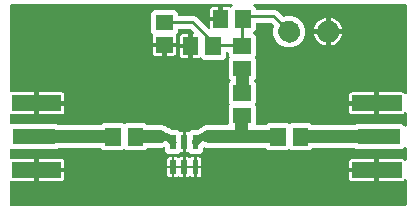
<source format=gbr>
G04 ===== Begin FILE IDENTIFICATION =====*
G04 File Format:  Gerber RS274X*
G04 ===== End FILE IDENTIFICATION =====*
%FSLAX24Y24*%
%MOMM*%
%SFA1.0000B1.0000*%
%OFA0.0B0.0*%
%ADD10C,0.025000*%
%LNcopper_top*%
%IPPOS*%
%LPD*%
G75*
G36*
G01X17527Y254432D02*
G01X17534Y254384D01*
G01X17531Y254335D01*
G01X17553Y254243D01*
G01X17567Y254150D01*
G01X17587Y254106D01*
G01X17598Y254058D01*
G01X17644Y253977D01*
G01X17683Y253891D01*
G01X17714Y253854D01*
G01X17739Y253811D01*
G01X17806Y253746D01*
G01X17866Y253674D01*
G01X17907Y253647D01*
G01X17942Y253613D01*
G01X18025Y253568D01*
G01X18103Y253516D01*
G01X18150Y253502D01*
G01X18193Y253479D01*
G01X18285Y253459D01*
G01X18374Y253431D01*
G01X18423Y253429D01*
G01X18471Y253419D01*
G01X18545Y253426D01*
G01X18658Y253423D01*
G01X18725Y253441D01*
G01X38069D01*
G01Y250900D01*
G01X19100D01*
G01Y237400D01*
G01X38069D01*
G01Y234859D01*
G01X18742D01*
G01X18710Y234869D01*
G01X18616Y234872D01*
G01X18523Y234883D01*
G01X18475Y234875D01*
G01X18426Y234877D01*
G01X18335Y234853D01*
G01X18242Y234838D01*
G01X18198Y234817D01*
G01X18151Y234805D01*
G01X18070Y234757D01*
G01X17985Y234717D01*
G01X17948Y234685D01*
G01X17906Y234660D01*
G01X17842Y234591D01*
G01X17771Y234529D01*
G01X17745Y234488D01*
G01X17712Y234452D01*
G01X17669Y234369D01*
G01X17618Y234290D01*
G01X17604Y234243D01*
G01X17582Y234199D01*
G01X17570Y234126D01*
G01X17538Y234017D01*
G01X17537Y233930D01*
G01X17527Y233868D01*
G01Y227266D01*
G01X17535Y227210D01*
G01X17533Y227163D01*
G01X17534Y227161D01*
G01X17533Y227150D01*
G01X17555Y227068D01*
G01X17567Y226984D01*
G01X17590Y226931D01*
G01X17605Y226875D01*
G01X17648Y226802D01*
G01X17683Y226725D01*
G01X17721Y226680D01*
G01X17750Y226630D01*
G01X17812Y226572D01*
G01X17866Y226508D01*
G01X17915Y226476D01*
G01X17958Y226436D01*
G01X18033Y226397D01*
G01X18103Y226350D01*
G01X18159Y226333D01*
G01X18211Y226306D01*
G01X18279Y226295D01*
G01X18374Y226265D01*
G01X18474Y226262D01*
G01X18542Y226251D01*
G01X57757D01*
G01X58222Y225786D01*
G01X58292Y225734D01*
G01X58356Y225674D01*
G01X58405Y225648D01*
G01X58449Y225615D01*
G01X58531Y225584D01*
G01X58609Y225544D01*
G01X58656Y225536D01*
G01X58715Y225514D01*
G01X58862Y225502D01*
G01X58940Y225489D01*
G01X94310D01*
G01X94397Y225501D01*
G01X94484Y225504D01*
G01X94537Y225521D01*
G01X94592Y225529D01*
G01X94672Y225564D01*
G01X94755Y225591D01*
G01X94794Y225619D01*
G01X94851Y225645D01*
G01X94964Y225741D01*
G01X95028Y225786D01*
G01X96643Y227401D01*
G01X112957D01*
G01X113582Y226776D01*
G01X113629Y226741D01*
G01X113669Y226698D01*
G01X113742Y226656D01*
G01X113809Y226605D01*
G01X113864Y226584D01*
G01X113914Y226555D01*
G01X113996Y226534D01*
G01X114075Y226504D01*
G01X114133Y226499D01*
G01X114190Y226484D01*
G01X114274Y226487D01*
G01X114358Y226480D01*
G01X114416Y226492D01*
G01X114474Y226493D01*
G01X114554Y226519D01*
G01X114637Y226536D01*
G01X114689Y226563D01*
G01X114745Y226581D01*
G01X114801Y226621D01*
G01X114889Y226667D01*
G01X114962Y226736D01*
G01X115018Y226776D01*
G01X115643Y227401D01*
G01X131957D01*
G01X133572Y225786D01*
G01X133642Y225734D01*
G01X133705Y225674D01*
G01X133755Y225648D01*
G01X133799Y225615D01*
G01X133881Y225584D01*
G01X133959Y225544D01*
G01X134006Y225536D01*
G01X134065Y225514D01*
G01X134212Y225502D01*
G01X134290Y225489D01*
G01X146687D01*
G01X150212Y224029D01*
G01X150994Y223246D01*
G01X151064Y223194D01*
G01X151128Y223134D01*
G01X151178Y223108D01*
G01X151222Y223075D01*
G01X151303Y223044D01*
G01X151381Y223004D01*
G01X151429Y222996D01*
G01X151487Y222974D01*
G01X151635Y222962D01*
G01X151712Y222949D01*
G01X152254D01*
G01X154845Y221876D01*
G01X155238Y221482D01*
G01X155308Y221430D01*
G01X155372Y221370D01*
G01X155421Y221344D01*
G01X155466Y221311D01*
G01X155547Y221280D01*
G01X155625Y221240D01*
G01X155673Y221232D01*
G01X155731Y221210D01*
G01X155879Y221198D01*
G01X155956Y221185D01*
G01X159657D01*
G01X160966Y219875D01*
G01X161029Y219829D01*
G01X161084Y219774D01*
G01X161142Y219744D01*
G01X161194Y219704D01*
G01X161266Y219677D01*
G01X161335Y219640D01*
G01X161399Y219626D01*
G01X161459Y219603D01*
G01X161537Y219597D01*
G01X161613Y219581D01*
G01X161669Y219586D01*
G01X161743Y219580D01*
G01X161870Y219605D01*
G01X161947Y219613D01*
G01X162366Y219725D01*
G01X163901D01*
G01Y217184D01*
G01X162700D01*
G01Y205120D01*
G01X163901D01*
G01Y202579D01*
G01X162366D01*
G01X161947Y202691D01*
G01X161870Y202701D01*
G01X161794Y202720D01*
G01X161730Y202718D01*
G01X161665Y202726D01*
G01X161588Y202713D01*
G01X161510Y202711D01*
G01X161449Y202691D01*
G01X161384Y202681D01*
G01X161314Y202647D01*
G01X161240Y202623D01*
G01X161194Y202591D01*
G01X161127Y202559D01*
G01X161030Y202474D01*
G01X160966Y202429D01*
G01X159657Y201119D01*
G01X156799D01*
G01Y198741D01*
G01X158334D01*
G01X158981Y198568D01*
G01X159560Y198233D01*
G01X159632Y198161D01*
G01X159679Y198126D01*
G01X159719Y198083D01*
G01X159792Y198041D01*
G01X159859Y197990D01*
G01X159914Y197969D01*
G01X159964Y197940D01*
G01X160046Y197919D01*
G01X160125Y197889D01*
G01X160183Y197884D01*
G01X160240Y197870D01*
G01X160324Y197872D01*
G01X160408Y197865D01*
G01X160466Y197877D01*
G01X160524Y197879D01*
G01X160604Y197905D01*
G01X160687Y197921D01*
G01X160739Y197948D01*
G01X160795Y197966D01*
G01X160851Y198006D01*
G01X160939Y198052D01*
G01X161012Y198121D01*
G01X161068Y198161D01*
G01X161140Y198233D01*
G01X161719Y198568D01*
G01X162366Y198741D01*
G01X163901D01*
G01Y196200D01*
G01X162700D01*
G01Y191367D01*
G01X158000D01*
G01Y188969D01*
G01X162700D01*
G01Y184136D01*
G01X163901D01*
G01Y181595D01*
G01X162366D01*
G01X161719Y181768D01*
G01X161140Y182103D01*
G01X161068Y182175D01*
G01X161021Y182210D01*
G01X160981Y182253D01*
G01X160908Y182295D01*
G01X160841Y182346D01*
G01X160786Y182367D01*
G01X160736Y182396D01*
G01X160654Y182417D01*
G01X160575Y182447D01*
G01X160517Y182452D01*
G01X160460Y182466D01*
G01X160376Y182464D01*
G01X160292Y182471D01*
G01X160234Y182459D01*
G01X160176Y182457D01*
G01X160096Y182431D01*
G01X160013Y182415D01*
G01X159961Y182388D01*
G01X159905Y182370D01*
G01X159849Y182330D01*
G01X159761Y182284D01*
G01X159688Y182215D01*
G01X159632Y182175D01*
G01X159560Y182103D01*
G01X158981Y181768D01*
G01X158334Y181595D01*
G01X156799D01*
G01Y184136D01*
G01X158000D01*
G01Y188969D01*
G01Y191367D01*
G01Y196200D01*
G01X156799D01*
G01Y198741D01*
G01Y201119D01*
G01X152866D01*
G01Y198741D01*
G01X154401D01*
G01Y196200D01*
G01X153200D01*
G01Y191367D01*
G01X150659D01*
G01Y188969D01*
G01X153200D01*
G01Y184136D01*
G01X154401D01*
G01Y181595D01*
G01X152866D01*
G01X152219Y181768D01*
G01X151640Y182103D01*
G01X151167Y182576D01*
G01X150832Y183155D01*
G01X150659Y183802D01*
G01Y188969D01*
G01Y191367D01*
G01Y196534D01*
G01X150832Y197181D01*
G01X151167Y197760D01*
G01X151640Y198233D01*
G01X152219Y198568D01*
G01X152866Y198741D01*
G01Y201119D01*
G01X151543D01*
G01X149199Y203463D01*
G01Y205832D01*
G01X149183Y205946D01*
G01X149173Y206060D01*
G01X149163Y206086D01*
G01X149159Y206114D01*
G01X149112Y206219D01*
G01X149071Y206326D01*
G01X149055Y206348D01*
G01X149043Y206373D01*
G01X148969Y206461D01*
G01X148900Y206552D01*
G01X148877Y206569D01*
G01X148860Y206590D01*
G01X148764Y206654D01*
G01X148672Y206723D01*
G01X148646Y206732D01*
G01X148623Y206748D01*
G01X148513Y206783D01*
G01X148406Y206823D01*
G01X148378Y206825D01*
G01X148352Y206834D01*
G01X148237Y206837D01*
G01X148123Y206846D01*
G01X148098Y206840D01*
G01X148068Y206841D01*
G01X147811Y206774D01*
G01X147795Y206770D01*
G01X146687Y206311D01*
G01X134290D01*
G01X134203Y206299D01*
G01X134116Y206296D01*
G01X134063Y206279D01*
G01X134008Y206271D01*
G01X133928Y206236D01*
G01X133845Y206209D01*
G01X133806Y206181D01*
G01X133749Y206155D01*
G01X133636Y206059D01*
G01X133572Y206014D01*
G01X131957Y204399D01*
G01X115643D01*
G01X115018Y205024D01*
G01X114971Y205059D01*
G01X114931Y205102D01*
G01X114858Y205144D01*
G01X114791Y205195D01*
G01X114736Y205216D01*
G01X114686Y205246D01*
G01X114604Y205266D01*
G01X114525Y205296D01*
G01X114467Y205301D01*
G01X114410Y205316D01*
G01X114326Y205313D01*
G01X114242Y205320D01*
G01X114184Y205308D01*
G01X114126Y205307D01*
G01X114046Y205281D01*
G01X113963Y205264D01*
G01X113911Y205237D01*
G01X113855Y205219D01*
G01X113799Y205179D01*
G01X113711Y205133D01*
G01X113638Y205064D01*
G01X113582Y205024D01*
G01X112957Y204399D01*
G01X96643D01*
G01X95028Y206014D01*
G01X94958Y206066D01*
G01X94895Y206126D01*
G01X94845Y206152D01*
G01X94801Y206185D01*
G01X94719Y206216D01*
G01X94641Y206256D01*
G01X94594Y206264D01*
G01X94535Y206286D01*
G01X94388Y206298D01*
G01X94310Y206311D01*
G01X58940D01*
G01X58853Y206299D01*
G01X58766Y206296D01*
G01X58713Y206279D01*
G01X58658Y206271D01*
G01X58578Y206236D01*
G01X58495Y206209D01*
G01X58456Y206181D01*
G01X58399Y206155D01*
G01X58286Y206059D01*
G01X58222Y206014D01*
G01X57757Y205549D01*
G01X42131D01*
G01Y196941D01*
G01X61434D01*
G01X62081Y196768D01*
G01X62660Y196433D01*
G01X63133Y195960D01*
G01X63468Y195381D01*
G01X63641Y194734D01*
G01Y189681D01*
G01X61100D01*
G01Y185619D01*
G01X63641D01*
G01Y180566D01*
G01X63468Y179919D01*
G01X63133Y179340D01*
G01X62660Y178867D01*
G01X62081Y178532D01*
G01X61434Y178359D01*
G01X42131D01*
G01Y180900D01*
G01X61100D01*
G01Y185619D01*
G01Y189681D01*
G01Y194400D01*
G01X42131D01*
G01Y196941D01*
G01Y205549D01*
G01X18542D01*
G01X18484Y205541D01*
G01X18426Y205543D01*
G01X18344Y205521D01*
G01X18260Y205509D01*
G01X18207Y205486D01*
G01X18151Y205471D01*
G01X18078Y205428D01*
G01X18001Y205393D01*
G01X17956Y205355D01*
G01X17906Y205326D01*
G01X17848Y205264D01*
G01X17784Y205210D01*
G01X17752Y205161D01*
G01X17712Y205118D01*
G01X17673Y205043D01*
G01X17626Y204973D01*
G01X17609Y204917D01*
G01X17582Y204865D01*
G01X17571Y204797D01*
G01X17541Y204702D01*
G01X17538Y204602D01*
G01X17527Y204534D01*
G01Y197932D01*
G01X17534Y197884D01*
G01X17531Y197835D01*
G01X17553Y197743D01*
G01X17567Y197650D01*
G01X17587Y197606D01*
G01X17598Y197558D01*
G01X17644Y197477D01*
G01X17683Y197391D01*
G01X17714Y197354D01*
G01X17739Y197311D01*
G01X17806Y197246D01*
G01X17866Y197174D01*
G01X17907Y197147D01*
G01X17942Y197113D01*
G01X18025Y197068D01*
G01X18103Y197016D01*
G01X18150Y197002D01*
G01X18193Y196979D01*
G01X18285Y196959D01*
G01X18374Y196931D01*
G01X18423Y196929D01*
G01X18471Y196919D01*
G01X18545Y196926D01*
G01X18658Y196923D01*
G01X18725Y196941D01*
G01X38069D01*
G01Y194400D01*
G01X19100D01*
G01Y180900D01*
G01X38069D01*
G01Y178359D01*
G01X18742D01*
G01X18710Y178369D01*
G01X18616Y178372D01*
G01X18523Y178383D01*
G01X18475Y178375D01*
G01X18426Y178377D01*
G01X18335Y178353D01*
G01X18242Y178338D01*
G01X18198Y178317D01*
G01X18151Y178305D01*
G01X18070Y178257D01*
G01X17985Y178217D01*
G01X17948Y178185D01*
G01X17906Y178160D01*
G01X17842Y178091D01*
G01X17771Y178029D01*
G01X17745Y177988D01*
G01X17712Y177952D01*
G01X17669Y177869D01*
G01X17618Y177790D01*
G01X17604Y177743D01*
G01X17582Y177699D01*
G01X17570Y177626D01*
G01X17538Y177517D01*
G01X17537Y177430D01*
G01X17527Y177368D01*
G01Y158242D01*
G01X17535Y158184D01*
G01X17533Y158126D01*
G01X17555Y158044D01*
G01X17567Y157960D01*
G01X17590Y157907D01*
G01X17605Y157851D01*
G01X17648Y157778D01*
G01X17683Y157701D01*
G01X17721Y157656D01*
G01X17750Y157606D01*
G01X17812Y157548D01*
G01X17866Y157484D01*
G01X17915Y157452D01*
G01X17958Y157412D01*
G01X18033Y157373D01*
G01X18103Y157326D01*
G01X18159Y157309D01*
G01X18211Y157282D01*
G01X18279Y157271D01*
G01X18374Y157241D01*
G01X18474Y157238D01*
G01X18542Y157227D01*
G01X352298D01*
G01X352356Y157235D01*
G01X352414Y157233D01*
G01X352496Y157255D01*
G01X352580Y157267D01*
G01X352633Y157290D01*
G01X352689Y157305D01*
G01X352762Y157348D01*
G01X352839Y157383D01*
G01X352884Y157421D01*
G01X352934Y157450D01*
G01X352992Y157512D01*
G01X353056Y157566D01*
G01X353088Y157615D01*
G01X353128Y157658D01*
G01X353167Y157733D01*
G01X353214Y157803D01*
G01X353231Y157859D01*
G01X353258Y157911D01*
G01X353269Y157979D01*
G01X353299Y158074D01*
G01X353302Y158174D01*
G01X353313Y158242D01*
G01Y179154D01*
G01X353311Y179173D01*
G01X353313Y179193D01*
G01X353291Y179314D01*
G01X353273Y179436D01*
G01X353265Y179453D01*
G01X353262Y179473D01*
G01X353207Y179583D01*
G01X353157Y179695D01*
G01X353145Y179710D01*
G01X353136Y179727D01*
G01X353053Y179818D01*
G01X352974Y179912D01*
G01X352957Y179923D01*
G01X352944Y179937D01*
G01X352839Y180001D01*
G01X352737Y180070D01*
G01X352718Y180075D01*
G01X352701Y180086D01*
G01X352583Y180118D01*
G01X352466Y180155D01*
G01X352446Y180156D01*
G01X352427Y180161D01*
G01X352305Y180159D01*
G01X352182Y180163D01*
G01X352163Y180158D01*
G01X352143Y180157D01*
G01X352025Y180122D01*
G01X351907Y180091D01*
G01X351890Y180081D01*
G01X351871Y180075D01*
G01X351768Y180008D01*
G01X351662Y179946D01*
G01X351649Y179931D01*
G01X351632Y179921D01*
G01X351586Y179864D01*
G01X351468Y179738D01*
G01X351444Y179693D01*
G01X351419Y179662D01*
G01X351233Y179340D01*
G01X350760Y178867D01*
G01X350181Y178532D01*
G01X349534Y178359D01*
G01X330231D01*
G01Y180900D01*
G01X349200D01*
G01Y194400D01*
G01X330231D01*
G01Y196941D01*
G01X349534D01*
G01X350181Y196768D01*
G01X350760Y196433D01*
G01X351233Y195960D01*
G01X351419Y195638D01*
G01X351431Y195623D01*
G01X351439Y195605D01*
G01X351518Y195511D01*
G01X351594Y195415D01*
G01X351610Y195403D01*
G01X351623Y195388D01*
G01X351725Y195320D01*
G01X351824Y195248D01*
G01X351843Y195241D01*
G01X351859Y195230D01*
G01X351976Y195193D01*
G01X352092Y195152D01*
G01X352112Y195151D01*
G01X352130Y195145D01*
G01X352253Y195142D01*
G01X352376Y195134D01*
G01X352395Y195138D01*
G01X352414Y195137D01*
G01X352533Y195168D01*
G01X352653Y195195D01*
G01X352671Y195204D01*
G01X352689Y195209D01*
G01X352795Y195272D01*
G01X352903Y195331D01*
G01X352917Y195344D01*
G01X352934Y195354D01*
G01X353018Y195444D01*
G01X353105Y195530D01*
G01X353115Y195548D01*
G01X353128Y195562D01*
G01X353184Y195671D01*
G01X353244Y195778D01*
G01X353249Y195798D01*
G01X353258Y195815D01*
G01X353270Y195887D01*
G01X353309Y196055D01*
G01X353307Y196106D01*
G01X353313Y196146D01*
G01Y206554D01*
G01X353309Y206583D01*
G01X353312Y206613D01*
G01X353289Y206724D01*
G01X353273Y206836D01*
G01X353261Y206863D01*
G01X353256Y206891D01*
G01X353203Y206992D01*
G01X353157Y207095D01*
G01X353138Y207118D01*
G01X353125Y207144D01*
G01X353047Y207226D01*
G01X352974Y207312D01*
G01X352949Y207329D01*
G01X352929Y207350D01*
G01X352831Y207407D01*
G01X352737Y207470D01*
G01X352709Y207479D01*
G01X352684Y207494D01*
G01X352574Y207521D01*
G01X352466Y207556D01*
G01X352436D01*
G01X352408Y207564D01*
G01X352295Y207560D01*
G01X352182Y207563D01*
G01X352153Y207556D01*
G01X352124Y207555D01*
G01X352016Y207520D01*
G01X351907Y207491D01*
G01X351881Y207476D01*
G01X351853Y207467D01*
G01X351790Y207422D01*
G01X351662Y207346D01*
G01X351619Y207300D01*
G01X351580Y207272D01*
G01X349857Y205549D01*
G01X310543D01*
G01X310078Y206014D01*
G01X310008Y206066D01*
G01X309945Y206126D01*
G01X309895Y206152D01*
G01X309851Y206185D01*
G01X309769Y206216D01*
G01X309691Y206256D01*
G01X309644Y206264D01*
G01X309585Y206286D01*
G01X309438Y206298D01*
G01X309360Y206311D01*
G01X306866D01*
G01Y196941D01*
G01X326169D01*
G01Y194400D01*
G01X307200D01*
G01Y189681D01*
G01X304659D01*
G01Y185619D01*
G01X307200D01*
G01Y180900D01*
G01X326169D01*
G01Y178359D01*
G01X306866D01*
G01X306219Y178532D01*
G01X305640Y178867D01*
G01X305167Y179340D01*
G01X304832Y179919D01*
G01X304659Y180566D01*
G01Y185619D01*
G01Y189681D01*
G01Y194734D01*
G01X304832Y195381D01*
G01X305167Y195960D01*
G01X305640Y196433D01*
G01X306219Y196768D01*
G01X306866Y196941D01*
G01Y206311D01*
G01X273990D01*
G01X273903Y206299D01*
G01X273816Y206296D01*
G01X273763Y206279D01*
G01X273708Y206271D01*
G01X273628Y206236D01*
G01X273545Y206209D01*
G01X273506Y206181D01*
G01X273449Y206155D01*
G01X273336Y206059D01*
G01X273272Y206014D01*
G01X271657Y204399D01*
G01X255343D01*
G01X254718Y205024D01*
G01X254671Y205059D01*
G01X254631Y205102D01*
G01X254558Y205144D01*
G01X254491Y205195D01*
G01X254436Y205216D01*
G01X254386Y205245D01*
G01X254304Y205266D01*
G01X254225Y205296D01*
G01X254167Y205301D01*
G01X254110Y205316D01*
G01X254026Y205313D01*
G01X253942Y205320D01*
G01X253884Y205308D01*
G01X253826Y205307D01*
G01X253746Y205281D01*
G01X253663Y205264D01*
G01X253611Y205237D01*
G01X253555Y205219D01*
G01X253499Y205179D01*
G01X253411Y205133D01*
G01X253338Y205064D01*
G01X253282Y205024D01*
G01X252657Y204399D01*
G01X236343D01*
G01X234728Y206014D01*
G01X234658Y206066D01*
G01X234594Y206126D01*
G01X234545Y206152D01*
G01X234501Y206185D01*
G01X234419Y206216D01*
G01X234341Y206256D01*
G01X234294Y206264D01*
G01X234235Y206286D01*
G01X234088Y206298D01*
G01X234010Y206311D01*
G01X183513D01*
G01X182405Y206770D01*
G01X182293Y206799D01*
G01X182184Y206834D01*
G01X182156D01*
G01X182129Y206841D01*
G01X182015Y206838D01*
G01X181900Y206841D01*
G01X181873Y206834D01*
G01X181845Y206833D01*
G01X181736Y206798D01*
G01X181625Y206769D01*
G01X181601Y206755D01*
G01X181574Y206746D01*
G01X181479Y206682D01*
G01X181380Y206624D01*
G01X181361Y206604D01*
G01X181338Y206588D01*
G01X181264Y206500D01*
G01X181186Y206417D01*
G01X181173Y206392D01*
G01X181155Y206371D01*
G01X181109Y206266D01*
G01X181056Y206163D01*
G01X181052Y206139D01*
G01X181040Y206111D01*
G01X181003Y205847D01*
G01X181001Y205832D01*
G01Y203463D01*
G01X178657Y201119D01*
G01X175799D01*
G01Y198741D01*
G01X177334D01*
G01X177981Y198568D01*
G01X178560Y198233D01*
G01X179033Y197760D01*
G01X179368Y197181D01*
G01X179541Y196534D01*
G01Y191367D01*
G01X177000D01*
G01Y188969D01*
G01X179541D01*
G01Y183802D01*
G01X179368Y183155D01*
G01X179033Y182576D01*
G01X178560Y182103D01*
G01X177981Y181768D01*
G01X177334Y181595D01*
G01X175799D01*
G01Y184136D01*
G01X177000D01*
G01Y188969D01*
G01Y191367D01*
G01Y196200D01*
G01X175799D01*
G01Y198741D01*
G01Y201119D01*
G01X170543D01*
G01X169234Y202429D01*
G01X169171Y202475D01*
G01X169116Y202530D01*
G01X169058Y202560D01*
G01X169006Y202600D01*
G01X168934Y202627D01*
G01X168865Y202664D01*
G01X168801Y202678D01*
G01X168741Y202701D01*
G01X168663Y202707D01*
G01X168587Y202723D01*
G01X168531Y202718D01*
G01X168457Y202724D01*
G01X168330Y202699D01*
G01X168253Y202691D01*
G01X167834Y202579D01*
G01X166299D01*
G01Y198741D01*
G01X167834D01*
G01X168481Y198568D01*
G01X169060Y198233D01*
G01X169132Y198161D01*
G01X169179Y198126D01*
G01X169219Y198083D01*
G01X169292Y198041D01*
G01X169359Y197990D01*
G01X169414Y197969D01*
G01X169464Y197940D01*
G01X169546Y197919D01*
G01X169625Y197889D01*
G01X169683Y197884D01*
G01X169740Y197870D01*
G01X169824Y197872D01*
G01X169908Y197865D01*
G01X169966Y197877D01*
G01X170024Y197879D01*
G01X170104Y197905D01*
G01X170187Y197921D01*
G01X170239Y197948D01*
G01X170295Y197966D01*
G01X170351Y198006D01*
G01X170439Y198052D01*
G01X170512Y198121D01*
G01X170568Y198161D01*
G01X170640Y198233D01*
G01X171219Y198568D01*
G01X171866Y198741D01*
G01X173401D01*
G01Y196200D01*
G01X172200D01*
G01Y191367D01*
G01X167500D01*
G01Y188969D01*
G01X172200D01*
G01Y184136D01*
G01X173401D01*
G01Y181595D01*
G01X171866D01*
G01X171219Y181768D01*
G01X170640Y182103D01*
G01X170568Y182175D01*
G01X170521Y182210D01*
G01X170481Y182253D01*
G01X170408Y182295D01*
G01X170341Y182346D01*
G01X170286Y182367D01*
G01X170236Y182396D01*
G01X170154Y182417D01*
G01X170075Y182447D01*
G01X170017Y182452D01*
G01X169960Y182466D01*
G01X169876Y182464D01*
G01X169792Y182471D01*
G01X169734Y182459D01*
G01X169676Y182457D01*
G01X169596Y182431D01*
G01X169513Y182415D01*
G01X169461Y182388D01*
G01X169405Y182370D01*
G01X169349Y182330D01*
G01X169261Y182284D01*
G01X169188Y182215D01*
G01X169132Y182175D01*
G01X169060Y182103D01*
G01X168481Y181768D01*
G01X167834Y181595D01*
G01X166299D01*
G01Y184136D01*
G01X167500D01*
G01Y188969D01*
G01Y191367D01*
G01Y196200D01*
G01X166299D01*
G01Y198741D01*
G01Y202579D01*
G01Y205120D01*
G01X167500D01*
G01Y217184D01*
G01X166299D01*
G01Y219725D01*
G01X167834D01*
G01X168253Y219613D01*
G01X168330Y219603D01*
G01X168406Y219584D01*
G01X168470Y219586D01*
G01X168535Y219578D01*
G01X168612Y219591D01*
G01X168690Y219593D01*
G01X168751Y219613D01*
G01X168816Y219623D01*
G01X168886Y219657D01*
G01X168960Y219681D01*
G01X169006Y219713D01*
G01X169073Y219745D01*
G01X169170Y219830D01*
G01X169234Y219875D01*
G01X170543Y221185D01*
G01X175236D01*
G01X175322Y221197D01*
G01X175410Y221200D01*
G01X175463Y221217D01*
G01X175517Y221225D01*
G01X175597Y221260D01*
G01X175680Y221287D01*
G01X175720Y221315D01*
G01X175777Y221341D01*
G01X175890Y221437D01*
G01X175954Y221482D01*
G01X176347Y221876D01*
G01X178701Y222850D01*
G01X178727Y222866D01*
G01X178757Y222876D01*
G01X178821Y222921D01*
G01X178945Y222995D01*
G01X178990Y223042D01*
G01X179030Y223071D01*
G01X179988Y224029D01*
G01X183513Y225489D01*
G01X201606D01*
G01X201664Y225497D01*
G01X201722Y225495D01*
G01X201804Y225517D01*
G01X201888Y225529D01*
G01X201941Y225552D01*
G01X201997Y225567D01*
G01X202070Y225610D01*
G01X202147Y225645D01*
G01X202192Y225683D01*
G01X202242Y225712D01*
G01X202300Y225774D01*
G01X202364Y225828D01*
G01X202396Y225877D01*
G01X202436Y225920D01*
G01X202475Y225995D01*
G01X202522Y226065D01*
G01X202539Y226121D01*
G01X202566Y226173D01*
G01X202577Y226241D01*
G01X202607Y226336D01*
G01X202610Y226436D01*
G01X202621Y226504D01*
G01Y241989D01*
G01X203246Y242614D01*
G01X203281Y242661D01*
G01X203324Y242701D01*
G01X203366Y242774D01*
G01X203417Y242841D01*
G01X203438Y242896D01*
G01X203467Y242946D01*
G01X203488Y243028D01*
G01X203518Y243107D01*
G01X203523Y243165D01*
G01X203538Y243222D01*
G01X203535Y243306D01*
G01X203542Y243390D01*
G01X203530Y243448D01*
G01X203529Y243506D01*
G01X203503Y243586D01*
G01X203486Y243669D01*
G01X203459Y243721D01*
G01X203441Y243777D01*
G01X203401Y243833D01*
G01X203355Y243921D01*
G01X203286Y243994D01*
G01X203246Y244050D01*
G01X202621Y244675D01*
G01Y260989D01*
G01X204185Y262553D01*
G01X204220Y262600D01*
G01X204263Y262640D01*
G01X204305Y262713D01*
G01X204356Y262780D01*
G01X204377Y262835D01*
G01X204406Y262885D01*
G01X204427Y262967D01*
G01X204457Y263046D01*
G01X204462Y263104D01*
G01X204477Y263161D01*
G01X204474Y263245D01*
G01X204481Y263329D01*
G01X204469Y263387D01*
G01X204468Y263445D01*
G01X204442Y263525D01*
G01X204425Y263608D01*
G01X204398Y263660D01*
G01X204380Y263716D01*
G01X204340Y263772D01*
G01X204294Y263860D01*
G01X204225Y263933D01*
G01X204185Y263989D01*
G01X202621Y265553D01*
G01Y281867D01*
G01X203246Y282492D01*
G01X203281Y282539D01*
G01X203324Y282579D01*
G01X203366Y282652D01*
G01X203417Y282719D01*
G01X203438Y282774D01*
G01X203467Y282824D01*
G01X203488Y282906D01*
G01X203518Y282985D01*
G01X203523Y283043D01*
G01X203538Y283100D01*
G01X203535Y283184D01*
G01X203542Y283268D01*
G01X203530Y283326D01*
G01X203529Y283384D01*
G01X203503Y283464D01*
G01X203486Y283547D01*
G01X203459Y283599D01*
G01X203441Y283655D01*
G01X203401Y283711D01*
G01X203355Y283799D01*
G01X203286Y283872D01*
G01X203246Y283928D01*
G01X202621Y284553D01*
G01Y286424D01*
G01X202613Y286482D01*
G01X202615Y286540D01*
G01X202593Y286622D01*
G01X202581Y286706D01*
G01X202558Y286759D01*
G01X202543Y286815D01*
G01X202500Y286888D01*
G01X202465Y286965D01*
G01X202427Y287010D01*
G01X202398Y287060D01*
G01X202336Y287118D01*
G01X202282Y287182D01*
G01X202233Y287214D01*
G01X202190Y287254D01*
G01X202115Y287293D01*
G01X202045Y287340D01*
G01X201989Y287357D01*
G01X201937Y287384D01*
G01X201869Y287395D01*
G01X201774Y287425D01*
G01X201674Y287428D01*
G01X201606Y287439D01*
G01X201102D01*
G01X201044Y287431D01*
G01X200986Y287433D01*
G01X200904Y287411D01*
G01X200820Y287399D01*
G01X200767Y287376D01*
G01X200711Y287361D01*
G01X200638Y287318D01*
G01X200561Y287283D01*
G01X200516Y287245D01*
G01X200466Y287216D01*
G01X200408Y287154D01*
G01X200344Y287100D01*
G01X200312Y287051D01*
G01X200272Y287008D01*
G01X200233Y286933D01*
G01X200186Y286863D01*
G01X200169Y286807D01*
G01X200142Y286755D01*
G01X200131Y286687D01*
G01X200101Y286592D01*
G01X200098Y286492D01*
G01X200087Y286424D01*
G01Y283451D01*
G01X197743Y281107D01*
G01X181429D01*
G01X179714Y282822D01*
G01X179659Y282863D01*
G01X179611Y282912D01*
G01X179594Y282922D01*
G01X179582Y282933D01*
G01X179535Y282957D01*
G01X179487Y282993D01*
G01X179423Y283018D01*
G01X179363Y283051D01*
G01X179341Y283056D01*
G01X179329Y283062D01*
G01X179287Y283069D01*
G01X179221Y283095D01*
G01X179153Y283100D01*
G01X179087Y283116D01*
G01X179028Y283113D01*
G01X178998Y283118D01*
G01X178992D01*
G01X178974Y283115D01*
G01X178938Y283118D01*
G01X178871Y283105D01*
G01X178803Y283101D01*
G01X178758Y283085D01*
G01X178711Y283078D01*
G01X178689Y283068D01*
G01X178659Y283062D01*
G01X178558Y283010D01*
G01X178488Y282984D01*
G01X178067Y282740D01*
G01X177420Y282567D01*
G01X172617D01*
G01Y285108D01*
G01X177086D01*
G01Y300108D01*
G01X172617D01*
G01Y302649D01*
G01X172688D01*
G01X172717Y302653D01*
G01X172747Y302650D01*
G01X172858Y302673D01*
G01X172970Y302689D01*
G01X172997Y302701D01*
G01X173025Y302706D01*
G01X173126Y302759D01*
G01X173229Y302805D01*
G01X173252Y302824D01*
G01X173278Y302837D01*
G01X173360Y302915D01*
G01X173446Y302988D01*
G01X173462Y303013D01*
G01X173484Y303033D01*
G01X173541Y303131D01*
G01X173604Y303225D01*
G01X173613Y303253D01*
G01X173627Y303278D01*
G01X173655Y303388D01*
G01X173690Y303496D01*
G01Y303526D01*
G01X173698Y303554D01*
G01X173694Y303667D01*
G01X173697Y303780D01*
G01X173689Y303809D01*
G01Y303838D01*
G01X173654Y303946D01*
G01X173625Y304055D01*
G01X173610Y304081D01*
G01X173601Y304109D01*
G01X173556Y304172D01*
G01X173480Y304300D01*
G01X173434Y304343D01*
G01X173406Y304382D01*
G01X170834Y306954D01*
G01X170764Y307006D01*
G01X170700Y307066D01*
G01X170651Y307092D01*
G01X170607Y307125D01*
G01X170525Y307156D01*
G01X170447Y307196D01*
G01X170400Y307204D01*
G01X170341Y307226D01*
G01X170194Y307238D01*
G01X170116Y307251D01*
G01X163752D01*
G01Y302649D01*
G01X168555D01*
G01Y300108D01*
G01X164086D01*
G01Y294639D01*
G01X161545D01*
G01Y290577D01*
G01X164086D01*
G01Y285108D01*
G01X168555D01*
G01Y282567D01*
G01X163752D01*
G01X163105Y282740D01*
G01X162526Y283075D01*
G01X162053Y283548D01*
G01X161718Y284127D01*
G01X161545Y284774D01*
G01Y290577D01*
G01Y294639D01*
G01Y300442D01*
G01X161718Y301089D01*
G01X162053Y301668D01*
G01X162526Y302141D01*
G01X163105Y302476D01*
G01X163752Y302649D01*
G01Y307251D01*
G01X160852D01*
G01X160794Y307243D01*
G01X160736Y307245D01*
G01X160654Y307223D01*
G01X160570Y307211D01*
G01X160517Y307188D01*
G01X160461Y307173D01*
G01X160388Y307130D01*
G01X160311Y307095D01*
G01X160266Y307057D01*
G01X160216Y307028D01*
G01X160158Y306966D01*
G01X160094Y306912D01*
G01X160062Y306863D01*
G01X160022Y306820D01*
G01X159983Y306745D01*
G01X159936Y306675D01*
G01X159919Y306619D01*
G01X159892Y306567D01*
G01X159881Y306499D01*
G01X159851Y306404D01*
G01X159848Y306304D01*
G01X159837Y306236D01*
G01Y304365D01*
G01X158122Y302650D01*
G01X158081Y302595D01*
G01X158032Y302547D01*
G01X157996Y302482D01*
G01X157951Y302423D01*
G01X157926Y302359D01*
G01X157893Y302299D01*
G01X157876Y302227D01*
G01X157849Y302157D01*
G01X157844Y302089D01*
G01X157828Y302023D01*
G01X157832Y301948D01*
G01X157826Y301874D01*
G01X157839Y301807D01*
G01X157843Y301739D01*
G01X157865Y301680D01*
G01X157882Y301595D01*
G01X157934Y301494D01*
G01X157960Y301424D01*
G01X158204Y301003D01*
G01X158377Y300356D01*
G01Y295553D01*
G01X155836D01*
G01Y291491D01*
G01X158377D01*
G01Y286688D01*
G01X158204Y286041D01*
G01X157869Y285462D01*
G01X157396Y284989D01*
G01X156817Y284654D01*
G01X156170Y284481D01*
G01X150367D01*
G01Y287022D01*
G01X155836D01*
G01Y291491D01*
G01Y295553D01*
G01Y300022D01*
G01X140836D01*
G01Y295553D01*
G01X138295D01*
G01Y291491D01*
G01X140836D01*
G01Y287022D01*
G01X146305D01*
G01Y284481D01*
G01X140502D01*
G01X139855Y284654D01*
G01X139276Y284989D01*
G01X138803Y285462D01*
G01X138468Y286041D01*
G01X138295Y286688D01*
G01Y291491D01*
G01Y295553D01*
G01Y300356D01*
G01X138468Y301003D01*
G01X138712Y301424D01*
G01X138737Y301487D01*
G01X138772Y301546D01*
G01X138790Y301618D01*
G01X138818Y301688D01*
G01X138825Y301756D01*
G01X138842Y301822D01*
G01X138839Y301896D01*
G01X138847Y301971D01*
G01X138835Y302038D01*
G01X138833Y302106D01*
G01X138810Y302177D01*
G01X138797Y302250D01*
G01X138766Y302312D01*
G01X138745Y302376D01*
G01X138709Y302427D01*
G01X138670Y302505D01*
G01X138593Y302589D01*
G01X138550Y302650D01*
G01X136835Y304365D01*
G01Y320679D01*
G01X139179Y323023D01*
G01X157493D01*
G01X159837Y320679D01*
G01Y318808D01*
G01X159845Y318750D01*
G01X159843Y318692D01*
G01X159865Y318610D01*
G01X159877Y318526D01*
G01X159900Y318473D01*
G01X159915Y318417D01*
G01X159958Y318344D01*
G01X159993Y318267D01*
G01X160031Y318222D01*
G01X160060Y318172D01*
G01X160122Y318114D01*
G01X160176Y318050D01*
G01X160225Y318018D01*
G01X160268Y317978D01*
G01X160343Y317939D01*
G01X160413Y317892D01*
G01X160469Y317875D01*
G01X160521Y317848D01*
G01X160589Y317837D01*
G01X160684Y317807D01*
G01X160784Y317804D01*
G01X160852Y317793D01*
G01X173768D01*
G01X175706Y316990D01*
G01X185212Y307484D01*
G01X185236Y307466D01*
G01X185255Y307444D01*
G01X185349Y307381D01*
G01X185439Y307313D01*
G01X185467Y307302D01*
G01X185491Y307286D01*
G01X185599Y307252D01*
G01X185705Y307212D01*
G01X185734Y307209D01*
G01X185762Y307200D01*
G01X185876Y307198D01*
G01X185988Y307188D01*
G01X186017Y307194D01*
G01X186046Y307193D01*
G01X186156Y307222D01*
G01X186267Y307244D01*
G01X186293Y307258D01*
G01X186321Y307265D01*
G01X186419Y307323D01*
G01X186519Y307375D01*
G01X186541Y307395D01*
G01X186566Y307410D01*
G01X186643Y307493D01*
G01X186725Y307571D01*
G01X186740Y307596D01*
G01X186760Y307618D01*
G01X186812Y307718D01*
G01X186869Y307816D01*
G01X186876Y307845D01*
G01X186890Y307871D01*
G01X186903Y307948D01*
G01X186939Y308092D01*
G01X186937Y308154D01*
G01X186945Y308202D01*
G01Y313437D01*
G01X189486D01*
G01Y307968D01*
G01X202486D01*
G01Y322968D01*
G01X198017D01*
G01Y325509D01*
G01X202820D01*
G01X203467Y325336D01*
G01X203888Y325092D01*
G01X203951Y325067D01*
G01X204010Y325032D01*
G01X204082Y325014D01*
G01X204152Y324986D01*
G01X204220Y324979D01*
G01X204286Y324962D01*
G01X204360Y324965D01*
G01X204435Y324957D01*
G01X204502Y324969D01*
G01X204570Y324971D01*
G01X204641Y324994D01*
G01X204714Y325007D01*
G01X204776Y325038D01*
G01X204840Y325059D01*
G01X204891Y325095D01*
G01X204969Y325134D01*
G01X205053Y325211D01*
G01X205114Y325254D01*
G01X206040Y326180D01*
G01X206058Y326204D01*
G01X206080Y326223D01*
G01X206143Y326317D01*
G01X206211Y326407D01*
G01X206222Y326435D01*
G01X206238Y326459D01*
G01X206272Y326567D01*
G01X206312Y326673D01*
G01X206315Y326702D01*
G01X206324Y326730D01*
G01X206327Y326844D01*
G01X206336Y326956D01*
G01X206330Y326985D01*
G01X206331Y327014D01*
G01X206302Y327124D01*
G01X206280Y327235D01*
G01X206267Y327261D01*
G01X206259Y327289D01*
G01X206201Y327387D01*
G01X206149Y327487D01*
G01X206129Y327509D01*
G01X206114Y327534D01*
G01X206031Y327611D01*
G01X205953Y327693D01*
G01X205928Y327708D01*
G01X205907Y327728D01*
G01X205806Y327780D01*
G01X205708Y327837D01*
G01X205680Y327844D01*
G01X205653Y327858D01*
G01X205576Y327871D01*
G01X205432Y327907D01*
G01X205370Y327905D01*
G01X205322Y327913D01*
G01X189152D01*
G01Y325509D01*
G01X193955D01*
G01Y322968D01*
G01X189486D01*
G01Y317499D01*
G01X186945D01*
G01Y323302D01*
G01X187118Y323949D01*
G01X187453Y324528D01*
G01X187926Y325001D01*
G01X188505Y325336D01*
G01X189152Y325509D01*
G01Y327913D01*
G01X42131D01*
G01Y253441D01*
G01X61434D01*
G01X62081Y253268D01*
G01X62660Y252933D01*
G01X63133Y252460D01*
G01X63468Y251881D01*
G01X63641Y251234D01*
G01Y246181D01*
G01X61100D01*
G01Y242119D01*
G01X63641D01*
G01Y237066D01*
G01X63468Y236419D01*
G01X63133Y235840D01*
G01X62660Y235367D01*
G01X62081Y235032D01*
G01X61434Y234859D01*
G01X42131D01*
G01Y237400D01*
G01X61100D01*
G01Y242119D01*
G01Y246181D01*
G01Y250900D01*
G01X42131D01*
G01Y253441D01*
G01Y327913D01*
G01X18542D01*
G01X18484Y327905D01*
G01X18426Y327907D01*
G01X18344Y327885D01*
G01X18260Y327873D01*
G01X18207Y327850D01*
G01X18151Y327835D01*
G01X18078Y327792D01*
G01X18001Y327757D01*
G01X17956Y327719D01*
G01X17906Y327690D01*
G01X17848Y327628D01*
G01X17784Y327574D01*
G01X17752Y327525D01*
G01X17712Y327482D01*
G01X17673Y327407D01*
G01X17626Y327337D01*
G01X17609Y327281D01*
G01X17582Y327229D01*
G01X17571Y327161D01*
G01X17541Y327066D01*
G01X17538Y326966D01*
G01X17527Y326898D01*
G01Y254432D01*
G37*
G36*
G01X56100Y221488D02*
G01Y222250D01*
G01X20100D01*
G01Y209550D01*
G01X56100D01*
G01Y210312D01*
G01X98300D01*
G01Y208400D01*
G01X111300D01*
G01Y223400D01*
G01X98300D01*
G01Y221488D01*
G01X56100D01*
G37*
G36*
G01X130300Y221488D02*
G01Y223400D01*
G01X117300D01*
G01Y208400D01*
G01X130300D01*
G01Y210312D01*
G01X144780D01*
G03X149464Y212852I0J5588D01*
G01X149589D01*
G01X153200Y209241D01*
G01Y205120D01*
G01X158000D01*
G01Y209273D01*
G03Y213031I-2400J1879D01*
G01Y217184D01*
G01X153879D01*
G01X153007Y218055D01*
G03X150852Y218948I-2155J-2155D01*
G01X149464D01*
G03X144780Y221488I-4684J-3048D01*
G01X130300D01*
G37*
G36*
G01X155836Y313792D02*
G01Y319022D01*
G01X140836D01*
G01Y306022D01*
G01X155836D01*
G01Y311252D01*
G01X172194D01*
G01X183338Y300108D01*
G01X183086D01*
G01Y285108D01*
G01X196086D01*
G01Y291440D01*
G01X206622D01*
G01Y286210D01*
G01X221622D01*
G01Y299210D01*
G01X215392D01*
G01Y307968D01*
G01X221486D01*
G01Y316230D01*
G01X240774D01*
G01X246518Y310486D01*
G03X260645Y298155I7482J-5686D01*
G03X248314Y312282I-6645J6645D01*
G01X242198Y318398D01*
G03X241300Y318770I-898J-898D01*
G01X221486D01*
G01Y322968D01*
G01X208486D01*
G01Y307968D01*
G01X212852D01*
G01Y299210D01*
G01X206622D01*
G01Y293980D01*
G01X196086D01*
G01Y300108D01*
G01X186930D01*
G01X173618Y313420D01*
G03X172720Y313792I-898J-898D01*
G01X155836D01*
G37*
G36*
G01X172200Y209273D02*
G01Y205120D01*
G01X177000D01*
G01Y208449D01*
G03X177747Y208997I-1408J2702D01*
G01X181103Y212352D01*
G03X185420Y210312I4317J3548D01*
G01X238000D01*
G01Y208400D01*
G01X251000D01*
G01Y223400D01*
G01X238000D01*
G01Y221488D01*
G01X218948D01*
G01Y227332D01*
G01X221622D01*
G01Y240332D01*
G01X206622D01*
G01Y227332D01*
G01X207772D01*
G01Y221488D01*
G01X185420D01*
G03X180736Y218948I0J-5588D01*
G01X180340D01*
G03X178185Y218055I0J-3048D01*
G01X177000Y216871D01*
G01Y217184D01*
G01X172200D01*
G01Y213031D01*
G03Y209273I2400J-1879D01*
G01Y209273D01*
G37*
G36*
G01X206622Y267210D02*
G01X208534D01*
G01Y259332D01*
G01X206622D01*
G01Y246332D01*
G01X221622D01*
G01Y259332D01*
G01X219710D01*
G01Y267210D01*
G01X221622D01*
G01Y280210D01*
G01X206622D01*
G01Y267210D01*
G37*
G36*
G01X223767Y263381D02*
G01X223770Y263297D01*
G01X223763Y263213D01*
G01X223775Y263155D01*
G01X223776Y263097D01*
G01X223802Y263017D01*
G01X223819Y262934D01*
G01X223846Y262882D01*
G01X223864Y262826D01*
G01X223904Y262770D01*
G01X223950Y262682D01*
G01X224019Y262609D01*
G01X224059Y262553D01*
G01X225623Y260989D01*
G01Y244675D01*
G01X224998Y244050D01*
G01X224963Y244003D01*
G01X224920Y243963D01*
G01X224878Y243890D01*
G01X224827Y243823D01*
G01X224806Y243768D01*
G01X224776Y243718D01*
G01X224756Y243636D01*
G01X224726Y243557D01*
G01X224721Y243499D01*
G01X224706Y243442D01*
G01X224709Y243358D01*
G01X224702Y243274D01*
G01X224714Y243216D01*
G01X224715Y243158D01*
G01X224741Y243078D01*
G01X224758Y242995D01*
G01X224785Y242943D01*
G01X224803Y242887D01*
G01X224843Y242831D01*
G01X224889Y242743D01*
G01X224958Y242670D01*
G01X224998Y242614D01*
G01X225623Y241989D01*
G01Y226504D01*
G01X225631Y226446D01*
G01X225629Y226388D01*
G01X225651Y226306D01*
G01X225663Y226222D01*
G01X225686Y226169D01*
G01X225701Y226113D01*
G01X225744Y226040D01*
G01X225779Y225963D01*
G01X225817Y225918D01*
G01X225846Y225868D01*
G01X225908Y225810D01*
G01X225962Y225746D01*
G01X226011Y225714D01*
G01X226054Y225674D01*
G01X226129Y225635D01*
G01X226199Y225588D01*
G01X226255Y225571D01*
G01X226307Y225544D01*
G01X226375Y225533D01*
G01X226470Y225503D01*
G01X226570Y225500D01*
G01X226638Y225489D01*
G01X234010D01*
G01X234097Y225501D01*
G01X234184Y225504D01*
G01X234237Y225521D01*
G01X234292Y225529D01*
G01X234372Y225564D01*
G01X234455Y225591D01*
G01X234494Y225619D01*
G01X234551Y225645D01*
G01X234664Y225741D01*
G01X234728Y225786D01*
G01X236343Y227401D01*
G01X252657D01*
G01X253282Y226776D01*
G01X253329Y226741D01*
G01X253369Y226698D01*
G01X253442Y226656D01*
G01X253509Y226605D01*
G01X253564Y226584D01*
G01X253614Y226554D01*
G01X253696Y226534D01*
G01X253775Y226504D01*
G01X253833Y226499D01*
G01X253890Y226484D01*
G01X253974Y226487D01*
G01X254058Y226480D01*
G01X254116Y226492D01*
G01X254174Y226493D01*
G01X254254Y226519D01*
G01X254337Y226536D01*
G01X254389Y226563D01*
G01X254445Y226581D01*
G01X254501Y226621D01*
G01X254589Y226667D01*
G01X254662Y226736D01*
G01X254718Y226776D01*
G01X255343Y227401D01*
G01X271657D01*
G01X273272Y225786D01*
G01X273342Y225734D01*
G01X273405Y225674D01*
G01X273455Y225648D01*
G01X273499Y225615D01*
G01X273581Y225584D01*
G01X273659Y225544D01*
G01X273706Y225536D01*
G01X273765Y225514D01*
G01X273912Y225502D01*
G01X273990Y225489D01*
G01X309360D01*
G01X309447Y225501D01*
G01X309534Y225504D01*
G01X309587Y225521D01*
G01X309642Y225529D01*
G01X309722Y225564D01*
G01X309805Y225591D01*
G01X309844Y225619D01*
G01X309901Y225645D01*
G01X310014Y225741D01*
G01X310078Y225786D01*
G01X310543Y226251D01*
G01X349857D01*
G01X351580Y224528D01*
G01X351604Y224510D01*
G01X351623Y224488D01*
G01X351672Y224455D01*
G01X351711Y224418D01*
G01X351757Y224394D01*
G01X351807Y224357D01*
G01X351835Y224346D01*
G01X351859Y224330D01*
G01X351922Y224310D01*
G01X351964Y224289D01*
G01X352003Y224282D01*
G01X352073Y224256D01*
G01X352102Y224253D01*
G01X352130Y224244D01*
G01X352244Y224241D01*
G01X352249D01*
G01X352295Y224233D01*
G01X352298D01*
G01X352314Y224236D01*
G01X352356Y224232D01*
G01X352385Y224238D01*
G01X352414Y224237D01*
G01X352520Y224265D01*
G01X352580Y224273D01*
G01X352595Y224280D01*
G01X352635Y224288D01*
G01X352661Y224301D01*
G01X352689Y224309D01*
G01X352781Y224364D01*
G01X352839Y224389D01*
G01X352853Y224401D01*
G01X352887Y224419D01*
G01X352909Y224439D01*
G01X352934Y224454D01*
G01X353005Y224529D01*
G01X353056Y224573D01*
G01X353067Y224590D01*
G01X353093Y224615D01*
G01X353108Y224640D01*
G01X353128Y224661D01*
G01X353173Y224749D01*
G01X353214Y224810D01*
G01X353220Y224831D01*
G01X353237Y224860D01*
G01X353244Y224888D01*
G01X353258Y224915D01*
G01X353270Y224989D01*
G01X353299Y225081D01*
G01X353300Y225107D01*
G01X353307Y225136D01*
G01X353305Y225198D01*
G01X353313Y225246D01*
G01Y235654D01*
G01X353311Y235673D01*
G01X353313Y235693D01*
G01X353291Y235814D01*
G01X353273Y235936D01*
G01X353265Y235953D01*
G01X353262Y235973D01*
G01X353207Y236083D01*
G01X353157Y236195D01*
G01X353145Y236210D01*
G01X353136Y236227D01*
G01X353053Y236318D01*
G01X352974Y236412D01*
G01X352957Y236423D01*
G01X352944Y236437D01*
G01X352839Y236501D01*
G01X352737Y236570D01*
G01X352718Y236575D01*
G01X352701Y236586D01*
G01X352583Y236618D01*
G01X352466Y236655D01*
G01X352446Y236656D01*
G01X352427Y236661D01*
G01X352305Y236659D01*
G01X352182Y236663D01*
G01X352163Y236658D01*
G01X352143Y236657D01*
G01X352025Y236622D01*
G01X351907Y236591D01*
G01X351890Y236581D01*
G01X351871Y236575D01*
G01X351768Y236508D01*
G01X351662Y236446D01*
G01X351649Y236431D01*
G01X351632Y236421D01*
G01X351586Y236364D01*
G01X351468Y236238D01*
G01X351444Y236193D01*
G01X351419Y236162D01*
G01X351233Y235840D01*
G01X350760Y235367D01*
G01X350181Y235032D01*
G01X349534Y234859D01*
G01X330231D01*
G01Y237400D01*
G01X349200D01*
G01Y250900D01*
G01X330231D01*
G01Y253441D01*
G01X349534D01*
G01X350181Y253268D01*
G01X350760Y252933D01*
G01X351233Y252460D01*
G01X351419Y252138D01*
G01X351431Y252123D01*
G01X351439Y252105D01*
G01X351477Y252059D01*
G01X351498Y252024D01*
G01X351535Y251990D01*
G01X351594Y251915D01*
G01X351610Y251903D01*
G01X351623Y251888D01*
G01X351695Y251840D01*
G01X351706Y251830D01*
G01X351724Y251820D01*
G01X351725D01*
G01X351824Y251748D01*
G01X351843Y251741D01*
G01X351859Y251730D01*
G01X351976Y251693D01*
G01X352092Y251652D01*
G01X352112Y251651D01*
G01X352130Y251645D01*
G01X352253Y251642D01*
G01X352376Y251634D01*
G01X352395Y251638D01*
G01X352414Y251637D01*
G01X352533Y251668D01*
G01X352653Y251695D01*
G01X352671Y251704D01*
G01X352689Y251709D01*
G01X352795Y251772D01*
G01X352903Y251831D01*
G01X352917Y251844D01*
G01X352934Y251854D01*
G01X353018Y251944D01*
G01X353105Y252030D01*
G01X353115Y252048D01*
G01X353128Y252062D01*
G01X353184Y252171D01*
G01X353207Y252211D01*
G01X353214Y252221D01*
G01X353215Y252226D01*
G01X353244Y252278D01*
G01X353249Y252298D01*
G01X353258Y252315D01*
G01X353270Y252387D01*
G01X353281Y252434D01*
G01X353299Y252492D01*
G01X353300Y252515D01*
G01X353309Y252555D01*
G01X353307Y252606D01*
G01X353313Y252646D01*
G01Y326898D01*
G01X353305Y326956D01*
G01X353307Y327014D01*
G01X353285Y327096D01*
G01X353273Y327180D01*
G01X353250Y327233D01*
G01X353235Y327289D01*
G01X353192Y327362D01*
G01X353157Y327439D01*
G01X353119Y327484D01*
G01X353090Y327534D01*
G01X353028Y327592D01*
G01X352974Y327656D01*
G01X352925Y327688D01*
G01X352882Y327728D01*
G01X352807Y327767D01*
G01X352737Y327814D01*
G01X352681Y327831D01*
G01X352629Y327858D01*
G01X352561Y327869D01*
G01X352466Y327899D01*
G01X352366Y327902D01*
G01X352298Y327913D01*
G01X306866D01*
G01Y253441D01*
G01X326169D01*
G01Y250900D01*
G01X307200D01*
G01Y246181D01*
G01X304659D01*
G01Y242119D01*
G01X307200D01*
G01Y237400D01*
G01X326169D01*
G01Y234859D01*
G01X306866D01*
G01X306219Y235032D01*
G01X305640Y235367D01*
G01X305167Y235840D01*
G01X304832Y236419D01*
G01X304659Y237066D01*
G01Y242119D01*
G01Y246181D01*
G01Y251234D01*
G01X304832Y251881D01*
G01X305167Y252460D01*
G01X305640Y252933D01*
G01X306219Y253268D01*
G01X306866Y253441D01*
G01Y327913D01*
G01X289051D01*
G01Y316566D01*
G01X289816Y316445D01*
G01X291603Y315864D01*
G01X293277Y315011D01*
G01X294798Y313906D01*
G01X296126Y312578D01*
G01X297231Y311057D01*
G01X298084Y309383D01*
G01X298665Y307596D01*
G01X298786Y306831D01*
G01X296196D01*
G01Y302769D01*
G01X298786D01*
G01X298665Y302004D01*
G01X298084Y300217D01*
G01X297231Y298543D01*
G01X296126Y297022D01*
G01X294798Y295694D01*
G01X293277Y294589D01*
G01X291603Y293736D01*
G01X289816Y293155D01*
G01X289051Y293034D01*
G01Y295624D01*
G01X289211Y295661D01*
G01X289370Y295701D01*
G01X289529Y295743D01*
G01X289687Y295788D01*
G01X289843Y295836D01*
G01X290000Y295887D01*
G01X290155Y295940D01*
G01X290309Y295996D01*
G01X290462Y296055D01*
G01X290614Y296116D01*
G01X290766Y296181D01*
G01X290915Y296247D01*
G01X291064Y296317D01*
G01X291212Y296389D01*
G01X291358Y296463D01*
G01X291503Y296540D01*
G01X291647Y296620D01*
G01X291789Y296702D01*
G01X291929Y296786D01*
G01X292069Y296873D01*
G01X292206Y296962D01*
G01X292342Y297054D01*
G01X292477Y297148D01*
G01X292610Y297245D01*
G01X292741Y297344D01*
G01X292870Y297445D01*
G01X292997Y297548D01*
G01X293123Y297653D01*
G01X293247Y297761D01*
G01X293369Y297871D01*
G01X293489Y297983D01*
G01X293607Y298097D01*
G01X293723Y298213D01*
G01X293837Y298331D01*
G01X293949Y298451D01*
G01X294059Y298573D01*
G01X294167Y298697D01*
G01X294272Y298823D01*
G01X294375Y298950D01*
G01X294476Y299079D01*
G01X294575Y299210D01*
G01X294672Y299343D01*
G01X294766Y299478D01*
G01X294858Y299614D01*
G01X294947Y299751D01*
G01X295034Y299891D01*
G01X295118Y300031D01*
G01X295200Y300173D01*
G01X295280Y300317D01*
G01X295357Y300462D01*
G01X295431Y300608D01*
G01X295503Y300756D01*
G01X295573Y300905D01*
G01X295639Y301054D01*
G01X295704Y301206D01*
G01X295765Y301358D01*
G01X295824Y301511D01*
G01X295880Y301665D01*
G01X295933Y301820D01*
G01X295984Y301977D01*
G01X296032Y302133D01*
G01X296077Y302291D01*
G01X296119Y302450D01*
G01X296159Y302609D01*
G01X296196Y302769D01*
G01Y306831D01*
G01X296159Y306991D01*
G01X296119Y307150D01*
G01X296077Y307309D01*
G01X296032Y307467D01*
G01X295984Y307623D01*
G01X295933Y307780D01*
G01X295880Y307935D01*
G01X295824Y308089D01*
G01X295765Y308242D01*
G01X295704Y308394D01*
G01X295639Y308546D01*
G01X295573Y308695D01*
G01X295503Y308844D01*
G01X295431Y308992D01*
G01X295357Y309138D01*
G01X295280Y309283D01*
G01X295200Y309427D01*
G01X295118Y309569D01*
G01X295034Y309709D01*
G01X294947Y309849D01*
G01X294858Y309986D01*
G01X294766Y310122D01*
G01X294672Y310257D01*
G01X294575Y310390D01*
G01X294476Y310521D01*
G01X294375Y310650D01*
G01X294272Y310777D01*
G01X294167Y310903D01*
G01X294059Y311027D01*
G01X293949Y311149D01*
G01X293837Y311269D01*
G01X293723Y311387D01*
G01X293607Y311503D01*
G01X293489Y311617D01*
G01X293369Y311729D01*
G01X293247Y311839D01*
G01X293123Y311947D01*
G01X292997Y312052D01*
G01X292870Y312155D01*
G01X292741Y312256D01*
G01X292610Y312355D01*
G01X292477Y312452D01*
G01X292342Y312546D01*
G01X292206Y312638D01*
G01X292069Y312727D01*
G01X291929Y312814D01*
G01X291789Y312898D01*
G01X291647Y312980D01*
G01X291503Y313060D01*
G01X291358Y313137D01*
G01X291212Y313211D01*
G01X291064Y313283D01*
G01X290915Y313353D01*
G01X290766Y313419D01*
G01X290614Y313484D01*
G01X290462Y313545D01*
G01X290309Y313604D01*
G01X290155Y313660D01*
G01X290000Y313713D01*
G01X289843Y313764D01*
G01X289687Y313812D01*
G01X289529Y313857D01*
G01X289370Y313899D01*
G01X289211Y313939D01*
G01X289051Y313976D01*
G01Y316566D01*
G01Y327913D01*
G01X284989D01*
G01Y316566D01*
G01Y313976D01*
G01X284829Y313939D01*
G01X284670Y313899D01*
G01X284511Y313857D01*
G01X284353Y313812D01*
G01X284197Y313764D01*
G01X284040Y313713D01*
G01X283885Y313660D01*
G01X283731Y313604D01*
G01X283578Y313545D01*
G01X283426Y313484D01*
G01X283274Y313419D01*
G01X283125Y313353D01*
G01X282976Y313283D01*
G01X282828Y313211D01*
G01X282682Y313137D01*
G01X282537Y313060D01*
G01X282393Y312980D01*
G01X282251Y312898D01*
G01X282111Y312814D01*
G01X281971Y312727D01*
G01X281834Y312638D01*
G01X281698Y312546D01*
G01X281563Y312452D01*
G01X281430Y312355D01*
G01X281299Y312256D01*
G01X281170Y312155D01*
G01X281043Y312052D01*
G01X280917Y311947D01*
G01X280793Y311839D01*
G01X280671Y311729D01*
G01X280551Y311617D01*
G01X280433Y311503D01*
G01X280317Y311387D01*
G01X280203Y311269D01*
G01X280091Y311149D01*
G01X279981Y311027D01*
G01X279873Y310903D01*
G01X279768Y310777D01*
G01X279665Y310650D01*
G01X279564Y310521D01*
G01X279465Y310390D01*
G01X279368Y310257D01*
G01X279274Y310122D01*
G01X279182Y309986D01*
G01X279093Y309849D01*
G01X279006Y309709D01*
G01X278922Y309569D01*
G01X278840Y309427D01*
G01X278760Y309283D01*
G01X278683Y309138D01*
G01X278609Y308992D01*
G01X278537Y308844D01*
G01X278467Y308695D01*
G01X278401Y308546D01*
G01X278336Y308394D01*
G01X278275Y308242D01*
G01X278216Y308089D01*
G01X278160Y307935D01*
G01X278107Y307780D01*
G01X278056Y307623D01*
G01X278008Y307467D01*
G01X277963Y307309D01*
G01X277921Y307150D01*
G01X277881Y306991D01*
G01X277844Y306831D01*
G01X275254D01*
G01Y302769D01*
G01X277844D01*
G01X277881Y302609D01*
G01X277921Y302450D01*
G01X277963Y302291D01*
G01X278008Y302133D01*
G01X278056Y301977D01*
G01X278107Y301820D01*
G01X278160Y301665D01*
G01X278216Y301511D01*
G01X278275Y301358D01*
G01X278336Y301206D01*
G01X278401Y301054D01*
G01X278467Y300905D01*
G01X278537Y300756D01*
G01X278609Y300608D01*
G01X278683Y300462D01*
G01X278760Y300317D01*
G01X278840Y300173D01*
G01X278922Y300031D01*
G01X279006Y299891D01*
G01X279093Y299751D01*
G01X279182Y299614D01*
G01X279274Y299478D01*
G01X279368Y299343D01*
G01X279465Y299210D01*
G01X279564Y299079D01*
G01X279665Y298950D01*
G01X279768Y298823D01*
G01X279873Y298697D01*
G01X279981Y298573D01*
G01X280091Y298451D01*
G01X280203Y298331D01*
G01X280317Y298213D01*
G01X280433Y298097D01*
G01X280551Y297983D01*
G01X280671Y297871D01*
G01X280793Y297761D01*
G01X280917Y297653D01*
G01X281043Y297548D01*
G01X281170Y297445D01*
G01X281299Y297344D01*
G01X281430Y297245D01*
G01X281563Y297148D01*
G01X281698Y297054D01*
G01X281834Y296962D01*
G01X281971Y296873D01*
G01X282111Y296786D01*
G01X282251Y296702D01*
G01X282393Y296620D01*
G01X282537Y296540D01*
G01X282682Y296463D01*
G01X282828Y296389D01*
G01X282976Y296317D01*
G01X283125Y296247D01*
G01X283274Y296181D01*
G01X283426Y296116D01*
G01X283578Y296055D01*
G01X283731Y295996D01*
G01X283885Y295940D01*
G01X284040Y295887D01*
G01X284197Y295836D01*
G01X284353Y295788D01*
G01X284511Y295743D01*
G01X284670Y295701D01*
G01X284829Y295661D01*
G01X284989Y295624D01*
G01Y293034D01*
G01X284224Y293155D01*
G01X282437Y293736D01*
G01X280763Y294589D01*
G01X279242Y295694D01*
G01X277914Y297022D01*
G01X276809Y298543D01*
G01X275956Y300217D01*
G01X275375Y302004D01*
G01X275254Y302769D01*
G01Y306831D01*
G01X275375Y307596D01*
G01X275956Y309383D01*
G01X276809Y311057D01*
G01X277914Y312578D01*
G01X279242Y313906D01*
G01X280763Y315011D01*
G01X282437Y315864D01*
G01X284224Y316445D01*
G01X284989Y316566D01*
G01Y327913D01*
G01X224650D01*
G01X224621Y327909D01*
G01X224591Y327912D01*
G01X224480Y327889D01*
G01X224368Y327873D01*
G01X224341Y327861D01*
G01X224313Y327856D01*
G01X224212Y327803D01*
G01X224109Y327757D01*
G01X224086Y327738D01*
G01X224060Y327725D01*
G01X223978Y327647D01*
G01X223892Y327574D01*
G01X223875Y327549D01*
G01X223854Y327529D01*
G01X223797Y327431D01*
G01X223734Y327337D01*
G01X223725Y327309D01*
G01X223710Y327284D01*
G01X223683Y327174D01*
G01X223648Y327066D01*
G01Y327036D01*
G01X223640Y327008D01*
G01X223644Y326895D01*
G01X223641Y326782D01*
G01X223648Y326753D01*
G01X223649Y326724D01*
G01X223684Y326616D01*
G01X223713Y326507D01*
G01X223728Y326481D01*
G01X223737Y326453D01*
G01X223782Y326390D01*
G01X223858Y326262D01*
G01X223904Y326219D01*
G01X223932Y326180D01*
G01X225487Y324625D01*
G01Y323786D01*
G01X225495Y323728D01*
G01X225493Y323670D01*
G01X225515Y323588D01*
G01X225527Y323504D01*
G01X225550Y323451D01*
G01X225565Y323395D01*
G01X225608Y323322D01*
G01X225643Y323245D01*
G01X225681Y323200D01*
G01X225710Y323150D01*
G01X225772Y323092D01*
G01X225826Y323028D01*
G01X225875Y322996D01*
G01X225918Y322956D01*
G01X225993Y322917D01*
G01X226063Y322870D01*
G01X226119Y322853D01*
G01X226171Y322826D01*
G01X226239Y322815D01*
G01X226334Y322785D01*
G01X226434Y322782D01*
G01X226502Y322771D01*
G01X242348D01*
G01X244286Y321968D01*
G01X248538Y317716D01*
G01X248655Y317629D01*
G01X248763Y317547D01*
G01X248765Y317546D01*
G01X248766Y317545D01*
G01X248898Y317496D01*
G01X249029Y317446D01*
G01X249031D01*
G01X249032Y317445D01*
G01X249171Y317434D01*
G01X249312Y317422D01*
G01X249315D01*
G01X249330Y317426D01*
G01X249591Y317478D01*
G01X249618Y317492D01*
G01X249643Y317498D01*
G01X251335Y318199D01*
G01X256665D01*
G01X261590Y316159D01*
G01X265359Y312390D01*
G01X267399Y307465D01*
G01Y302135D01*
G01X265359Y297210D01*
G01X261590Y293441D01*
G01X256665Y291401D01*
G01X251335D01*
G01X246410Y293441D01*
G01X242641Y297210D01*
G01X240601Y302135D01*
G01Y307465D01*
G01X241302Y309157D01*
G01X241303Y309159D01*
G01Y309160D01*
G01X241337Y309292D01*
G01X241344Y309321D01*
G01X241352Y309346D01*
G01X241353Y309353D01*
G01X241373Y309433D01*
G01Y309434D01*
G01X241374Y309436D01*
G01X241369Y309577D01*
G01X241365Y309717D01*
G01Y309720D01*
G01X241321Y309854D01*
G01X241278Y309988D01*
G01Y309989D01*
G01X241277Y309991D01*
G01X241268Y310004D01*
G01X241120Y310224D01*
G01X241097Y310244D01*
G01X241082Y310264D01*
G01X239414Y311932D01*
G01X239344Y311984D01*
G01X239280Y312044D01*
G01X239231Y312070D01*
G01X239187Y312103D01*
G01X239105Y312134D01*
G01X239027Y312174D01*
G01X238980Y312182D01*
G01X238921Y312204D01*
G01X238774Y312216D01*
G01X238696Y312229D01*
G01X226502D01*
G01X226444Y312221D01*
G01X226386Y312223D01*
G01X226304Y312201D01*
G01X226220Y312189D01*
G01X226167Y312166D01*
G01X226111Y312151D01*
G01X226038Y312108D01*
G01X225961Y312073D01*
G01X225916Y312035D01*
G01X225866Y312006D01*
G01X225808Y311944D01*
G01X225744Y311890D01*
G01X225712Y311841D01*
G01X225672Y311798D01*
G01X225633Y311723D01*
G01X225586Y311653D01*
G01X225569Y311597D01*
G01X225542Y311545D01*
G01X225531Y311477D01*
G01X225501Y311382D01*
G01X225498Y311282D01*
G01X225487Y311214D01*
G01Y306311D01*
G01X223551Y304375D01*
G01X223516Y304328D01*
G01X223473Y304288D01*
G01X223431Y304215D01*
G01X223380Y304148D01*
G01X223359Y304093D01*
G01X223330Y304043D01*
G01X223309Y303961D01*
G01X223279Y303882D01*
G01X223274Y303824D01*
G01X223259Y303767D01*
G01X223262Y303683D01*
G01X223255Y303599D01*
G01X223267Y303541D01*
G01X223268Y303483D01*
G01X223294Y303403D01*
G01X223311Y303320D01*
G01X223338Y303268D01*
G01X223356Y303212D01*
G01X223396Y303156D01*
G01X223442Y303068D01*
G01X223511Y302995D01*
G01X223551Y302939D01*
G01X225623Y300867D01*
G01Y284553D01*
G01X224998Y283928D01*
G01X224963Y283881D01*
G01X224920Y283841D01*
G01X224878Y283768D01*
G01X224827Y283701D01*
G01X224806Y283646D01*
G01X224776Y283596D01*
G01X224756Y283514D01*
G01X224726Y283435D01*
G01X224721Y283377D01*
G01X224706Y283320D01*
G01X224709Y283236D01*
G01X224702Y283152D01*
G01X224714Y283094D01*
G01X224715Y283036D01*
G01X224741Y282956D01*
G01X224758Y282873D01*
G01X224785Y282821D01*
G01X224803Y282765D01*
G01X224843Y282709D01*
G01X224889Y282621D01*
G01X224958Y282548D01*
G01X224998Y282492D01*
G01X225623Y281867D01*
G01Y265553D01*
G01X224059Y263989D01*
G01X224024Y263942D01*
G01X223981Y263902D01*
G01X223939Y263829D01*
G01X223888Y263762D01*
G01X223867Y263707D01*
G01X223838Y263657D01*
G01X223817Y263575D01*
G01X223787Y263496D01*
G01X223782Y263438D01*
G01X223767Y263381D01*
G37*
G36*
G01X270000Y221488D02*
G01Y223400D01*
G01X257000D01*
G01Y208400D01*
G01X270000D01*
G01Y210312D01*
G01X312200D01*
G01Y209550D01*
G01X348200D01*
G01Y222250D01*
G01X312200D01*
G01Y221488D01*
G01X270000D01*
G37*
M02*


</source>
